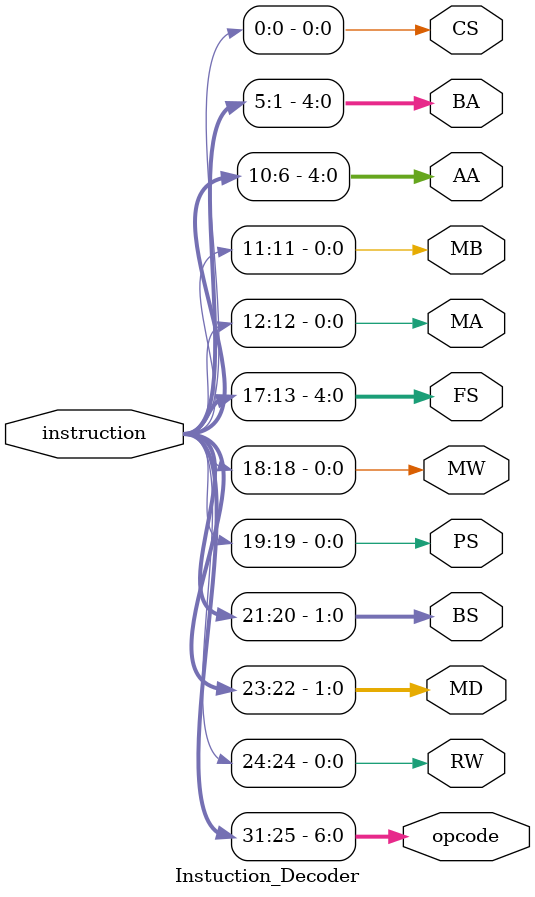
<source format=v>
module Instuction_Decoder(
	input [31:0] instruction,
	output[6:0] opcode,
	output RW,
	output[1:0] MD,
	output[1:0] BS,
	output PS,
	output MW,
	output[4:0] FS,
	output MA,
	output MB,
	output[4:0] AA,
	output[4:0] BA,
	output CS
	//Not 100% sure about what goes where.
);
assign opcode = instruction[31:25];
assign RW = instruction[24];
assign MD = instruction[23:22];
assign BS = instruction[21:20];
assign PS = instruction[19];
assign MW = instruction[18];
assign FS = instruction[17:13];
assign MA = instruction[12];
assign MB = instruction[11];
assign AA = instruction[10:6];
assign BA = instruction[5:1];
assign CS = instruction[0];

endmodule
</source>
